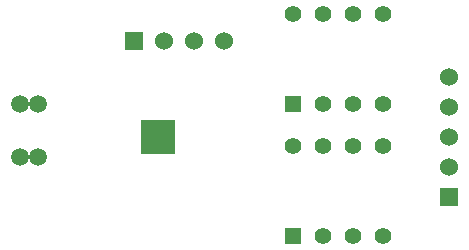
<source format=gtl>
G04 #@! TF.FileFunction,Copper,L1,Top,Signal*
%FSLAX46Y46*%
G04 Gerber Fmt 4.6, Leading zero omitted, Abs format (unit mm)*
G04 Created by KiCad (PCBNEW (2015-08-11 BZR 6084)-product) date 9/4/2015 1:52:21 AM*
%MOMM*%
G01*
G04 APERTURE LIST*
%ADD10C,0.150000*%
%ADD11R,1.524000X1.524000*%
%ADD12C,1.524000*%
%ADD13R,1.397000X1.397000*%
%ADD14C,1.397000*%
%ADD15R,2.999740X2.999740*%
%ADD16C,1.099820*%
%ADD17C,1.501140*%
G04 APERTURE END LIST*
D10*
D11*
X201422000Y-155194000D03*
D12*
X201422000Y-152654000D03*
X201422000Y-150114000D03*
X201422000Y-147574000D03*
X201422000Y-145034000D03*
D11*
X174752000Y-141986000D03*
D12*
X177292000Y-141986000D03*
X179832000Y-141986000D03*
X182372000Y-141986000D03*
D13*
X188214000Y-147320000D03*
D14*
X190754000Y-147320000D03*
X193294000Y-147320000D03*
X195834000Y-147320000D03*
X195834000Y-139700000D03*
X193294000Y-139700000D03*
X190754000Y-139700000D03*
X188214000Y-139700000D03*
D13*
X188214000Y-158496000D03*
D14*
X190754000Y-158496000D03*
X193294000Y-158496000D03*
X195834000Y-158496000D03*
X195834000Y-150876000D03*
X193294000Y-150876000D03*
X190754000Y-150876000D03*
X188214000Y-150876000D03*
D15*
X176784000Y-150114000D03*
D16*
X177546000Y-149352000D03*
X176784000Y-150114000D03*
X176022000Y-150876000D03*
X176022000Y-149352000D03*
X177546000Y-150876000D03*
D17*
X165100000Y-151856440D03*
X166601140Y-151856440D03*
X165100000Y-147355560D03*
X166601140Y-147355560D03*
M02*

</source>
